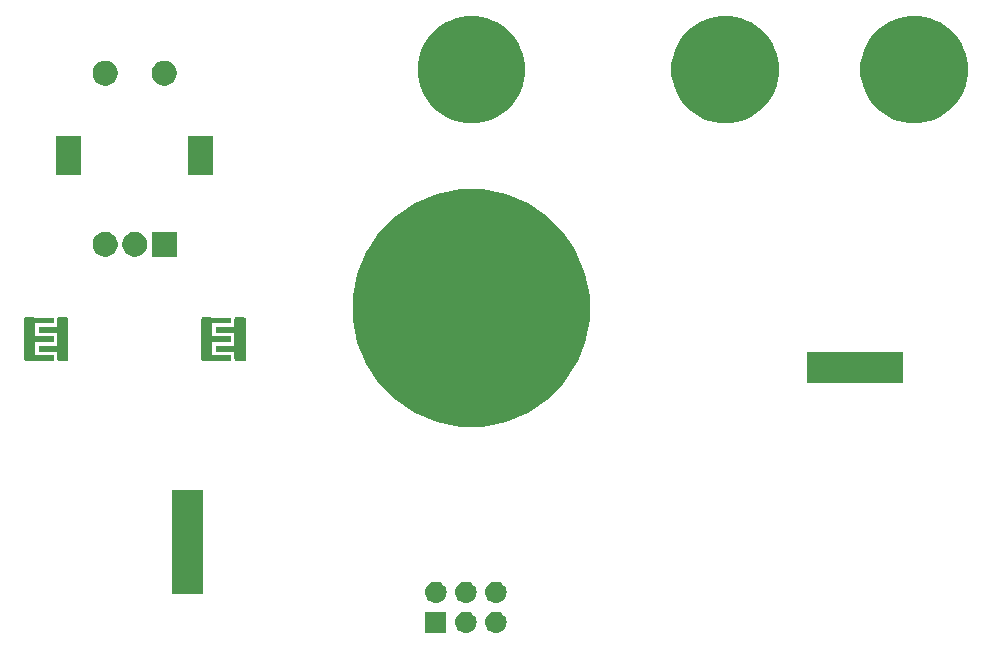
<source format=gbr>
G04 #@! TF.GenerationSoftware,KiCad,Pcbnew,(5.1.0)-1*
G04 #@! TF.CreationDate,2019-07-24T04:12:42+08:00*
G04 #@! TF.ProjectId,Power_Source,506f7765-725f-4536-9f75-7263652e6b69,rev?*
G04 #@! TF.SameCoordinates,Original*
G04 #@! TF.FileFunction,Soldermask,Bot*
G04 #@! TF.FilePolarity,Negative*
%FSLAX46Y46*%
G04 Gerber Fmt 4.6, Leading zero omitted, Abs format (unit mm)*
G04 Created by KiCad (PCBNEW (5.1.0)-1) date 2019-07-24 04:12:42*
%MOMM*%
%LPD*%
G04 APERTURE LIST*
%ADD10C,0.100000*%
G04 APERTURE END LIST*
D10*
G36*
X126880000Y-97060000D02*
G01*
X129280000Y-97060000D01*
X129280000Y-96660000D01*
X126880000Y-96660000D01*
X126880000Y-97060000D01*
G37*
X126880000Y-97060000D02*
X129280000Y-97060000D01*
X129280000Y-96660000D01*
X126880000Y-96660000D01*
X126880000Y-97060000D01*
G36*
X128080000Y-97860000D02*
G01*
X130480000Y-97860000D01*
X130480000Y-97460000D01*
X128080000Y-97460000D01*
X128080000Y-97860000D01*
G37*
X128080000Y-97860000D02*
X130480000Y-97860000D01*
X130480000Y-97460000D01*
X128080000Y-97460000D01*
X128080000Y-97860000D01*
G36*
X126880000Y-98660000D02*
G01*
X129280000Y-98660000D01*
X129280000Y-98260000D01*
X126880000Y-98260000D01*
X126880000Y-98660000D01*
G37*
X126880000Y-98660000D02*
X129280000Y-98660000D01*
X129280000Y-98260000D01*
X126880000Y-98260000D01*
X126880000Y-98660000D01*
G36*
X128080000Y-99460000D02*
G01*
X130480000Y-99460000D01*
X130480000Y-99060000D01*
X128080000Y-99060000D01*
X128080000Y-99460000D01*
G37*
X128080000Y-99460000D02*
X130480000Y-99460000D01*
X130480000Y-99060000D01*
X128080000Y-99060000D01*
X128080000Y-99460000D01*
G36*
X126880000Y-100260000D02*
G01*
X129280000Y-100260000D01*
X129280000Y-99860000D01*
X126880000Y-99860000D01*
X126880000Y-100260000D01*
G37*
X126880000Y-100260000D02*
X129280000Y-100260000D01*
X129280000Y-99860000D01*
X126880000Y-99860000D01*
X126880000Y-100260000D01*
G36*
X130480000Y-100260000D02*
G01*
X130480000Y-96660000D01*
X129680000Y-96660000D01*
X129680000Y-100260000D01*
X130480000Y-100260000D01*
G37*
X130480000Y-100260000D02*
X130480000Y-96660000D01*
X129680000Y-96660000D01*
X129680000Y-100260000D01*
X130480000Y-100260000D01*
G36*
X126880000Y-100260000D02*
G01*
X126880000Y-96660000D01*
X127680000Y-96660000D01*
X127680000Y-100260000D01*
X126880000Y-100260000D01*
G37*
X126880000Y-100260000D02*
X126880000Y-96660000D01*
X127680000Y-96660000D01*
X127680000Y-100260000D01*
X126880000Y-100260000D01*
G36*
X111880000Y-97060000D02*
G01*
X114280000Y-97060000D01*
X114280000Y-96660000D01*
X111880000Y-96660000D01*
X111880000Y-97060000D01*
G37*
X111880000Y-97060000D02*
X114280000Y-97060000D01*
X114280000Y-96660000D01*
X111880000Y-96660000D01*
X111880000Y-97060000D01*
G36*
X113080000Y-97860000D02*
G01*
X115480000Y-97860000D01*
X115480000Y-97460000D01*
X113080000Y-97460000D01*
X113080000Y-97860000D01*
G37*
X113080000Y-97860000D02*
X115480000Y-97860000D01*
X115480000Y-97460000D01*
X113080000Y-97460000D01*
X113080000Y-97860000D01*
G36*
X111880000Y-98660000D02*
G01*
X114280000Y-98660000D01*
X114280000Y-98260000D01*
X111880000Y-98260000D01*
X111880000Y-98660000D01*
G37*
X111880000Y-98660000D02*
X114280000Y-98660000D01*
X114280000Y-98260000D01*
X111880000Y-98260000D01*
X111880000Y-98660000D01*
G36*
X113080000Y-99460000D02*
G01*
X115480000Y-99460000D01*
X115480000Y-99060000D01*
X113080000Y-99060000D01*
X113080000Y-99460000D01*
G37*
X113080000Y-99460000D02*
X115480000Y-99460000D01*
X115480000Y-99060000D01*
X113080000Y-99060000D01*
X113080000Y-99460000D01*
G36*
X111880000Y-100260000D02*
G01*
X114280000Y-100260000D01*
X114280000Y-99860000D01*
X111880000Y-99860000D01*
X111880000Y-100260000D01*
G37*
X111880000Y-100260000D02*
X114280000Y-100260000D01*
X114280000Y-99860000D01*
X111880000Y-99860000D01*
X111880000Y-100260000D01*
G36*
X115480000Y-100260000D02*
G01*
X115480000Y-96660000D01*
X114680000Y-96660000D01*
X114680000Y-100260000D01*
X115480000Y-100260000D01*
G37*
X115480000Y-100260000D02*
X115480000Y-96660000D01*
X114680000Y-96660000D01*
X114680000Y-100260000D01*
X115480000Y-100260000D01*
G36*
X111880000Y-100260000D02*
G01*
X111880000Y-96660000D01*
X112680000Y-96660000D01*
X112680000Y-100260000D01*
X111880000Y-100260000D01*
G37*
X111880000Y-100260000D02*
X111880000Y-96660000D01*
X112680000Y-96660000D01*
X112680000Y-100260000D01*
X111880000Y-100260000D01*
G36*
X147581000Y-123361000D02*
G01*
X145779000Y-123361000D01*
X145779000Y-121559000D01*
X147581000Y-121559000D01*
X147581000Y-123361000D01*
X147581000Y-123361000D01*
G37*
G36*
X151870442Y-121565518D02*
G01*
X151936627Y-121572037D01*
X152106466Y-121623557D01*
X152262991Y-121707222D01*
X152298729Y-121736552D01*
X152400186Y-121819814D01*
X152483448Y-121921271D01*
X152512778Y-121957009D01*
X152596443Y-122113534D01*
X152647963Y-122283373D01*
X152665359Y-122460000D01*
X152647963Y-122636627D01*
X152596443Y-122806466D01*
X152512778Y-122962991D01*
X152483448Y-122998729D01*
X152400186Y-123100186D01*
X152298729Y-123183448D01*
X152262991Y-123212778D01*
X152106466Y-123296443D01*
X151936627Y-123347963D01*
X151870443Y-123354481D01*
X151804260Y-123361000D01*
X151715740Y-123361000D01*
X151649557Y-123354481D01*
X151583373Y-123347963D01*
X151413534Y-123296443D01*
X151257009Y-123212778D01*
X151221271Y-123183448D01*
X151119814Y-123100186D01*
X151036552Y-122998729D01*
X151007222Y-122962991D01*
X150923557Y-122806466D01*
X150872037Y-122636627D01*
X150854641Y-122460000D01*
X150872037Y-122283373D01*
X150923557Y-122113534D01*
X151007222Y-121957009D01*
X151036552Y-121921271D01*
X151119814Y-121819814D01*
X151221271Y-121736552D01*
X151257009Y-121707222D01*
X151413534Y-121623557D01*
X151583373Y-121572037D01*
X151649558Y-121565518D01*
X151715740Y-121559000D01*
X151804260Y-121559000D01*
X151870442Y-121565518D01*
X151870442Y-121565518D01*
G37*
G36*
X149330442Y-121565518D02*
G01*
X149396627Y-121572037D01*
X149566466Y-121623557D01*
X149722991Y-121707222D01*
X149758729Y-121736552D01*
X149860186Y-121819814D01*
X149943448Y-121921271D01*
X149972778Y-121957009D01*
X150056443Y-122113534D01*
X150107963Y-122283373D01*
X150125359Y-122460000D01*
X150107963Y-122636627D01*
X150056443Y-122806466D01*
X149972778Y-122962991D01*
X149943448Y-122998729D01*
X149860186Y-123100186D01*
X149758729Y-123183448D01*
X149722991Y-123212778D01*
X149566466Y-123296443D01*
X149396627Y-123347963D01*
X149330443Y-123354481D01*
X149264260Y-123361000D01*
X149175740Y-123361000D01*
X149109557Y-123354481D01*
X149043373Y-123347963D01*
X148873534Y-123296443D01*
X148717009Y-123212778D01*
X148681271Y-123183448D01*
X148579814Y-123100186D01*
X148496552Y-122998729D01*
X148467222Y-122962991D01*
X148383557Y-122806466D01*
X148332037Y-122636627D01*
X148314641Y-122460000D01*
X148332037Y-122283373D01*
X148383557Y-122113534D01*
X148467222Y-121957009D01*
X148496552Y-121921271D01*
X148579814Y-121819814D01*
X148681271Y-121736552D01*
X148717009Y-121707222D01*
X148873534Y-121623557D01*
X149043373Y-121572037D01*
X149109558Y-121565518D01*
X149175740Y-121559000D01*
X149264260Y-121559000D01*
X149330442Y-121565518D01*
X149330442Y-121565518D01*
G37*
G36*
X151870442Y-119025518D02*
G01*
X151936627Y-119032037D01*
X152106466Y-119083557D01*
X152262991Y-119167222D01*
X152298729Y-119196552D01*
X152400186Y-119279814D01*
X152483448Y-119381271D01*
X152512778Y-119417009D01*
X152596443Y-119573534D01*
X152647963Y-119743373D01*
X152665359Y-119920000D01*
X152647963Y-120096627D01*
X152596443Y-120266466D01*
X152512778Y-120422991D01*
X152483448Y-120458729D01*
X152400186Y-120560186D01*
X152298729Y-120643448D01*
X152262991Y-120672778D01*
X152106466Y-120756443D01*
X151936627Y-120807963D01*
X151870442Y-120814482D01*
X151804260Y-120821000D01*
X151715740Y-120821000D01*
X151649558Y-120814482D01*
X151583373Y-120807963D01*
X151413534Y-120756443D01*
X151257009Y-120672778D01*
X151221271Y-120643448D01*
X151119814Y-120560186D01*
X151036552Y-120458729D01*
X151007222Y-120422991D01*
X150923557Y-120266466D01*
X150872037Y-120096627D01*
X150854641Y-119920000D01*
X150872037Y-119743373D01*
X150923557Y-119573534D01*
X151007222Y-119417009D01*
X151036552Y-119381271D01*
X151119814Y-119279814D01*
X151221271Y-119196552D01*
X151257009Y-119167222D01*
X151413534Y-119083557D01*
X151583373Y-119032037D01*
X151649558Y-119025518D01*
X151715740Y-119019000D01*
X151804260Y-119019000D01*
X151870442Y-119025518D01*
X151870442Y-119025518D01*
G37*
G36*
X149330442Y-119025518D02*
G01*
X149396627Y-119032037D01*
X149566466Y-119083557D01*
X149722991Y-119167222D01*
X149758729Y-119196552D01*
X149860186Y-119279814D01*
X149943448Y-119381271D01*
X149972778Y-119417009D01*
X150056443Y-119573534D01*
X150107963Y-119743373D01*
X150125359Y-119920000D01*
X150107963Y-120096627D01*
X150056443Y-120266466D01*
X149972778Y-120422991D01*
X149943448Y-120458729D01*
X149860186Y-120560186D01*
X149758729Y-120643448D01*
X149722991Y-120672778D01*
X149566466Y-120756443D01*
X149396627Y-120807963D01*
X149330442Y-120814482D01*
X149264260Y-120821000D01*
X149175740Y-120821000D01*
X149109558Y-120814482D01*
X149043373Y-120807963D01*
X148873534Y-120756443D01*
X148717009Y-120672778D01*
X148681271Y-120643448D01*
X148579814Y-120560186D01*
X148496552Y-120458729D01*
X148467222Y-120422991D01*
X148383557Y-120266466D01*
X148332037Y-120096627D01*
X148314641Y-119920000D01*
X148332037Y-119743373D01*
X148383557Y-119573534D01*
X148467222Y-119417009D01*
X148496552Y-119381271D01*
X148579814Y-119279814D01*
X148681271Y-119196552D01*
X148717009Y-119167222D01*
X148873534Y-119083557D01*
X149043373Y-119032037D01*
X149109558Y-119025518D01*
X149175740Y-119019000D01*
X149264260Y-119019000D01*
X149330442Y-119025518D01*
X149330442Y-119025518D01*
G37*
G36*
X146790442Y-119025518D02*
G01*
X146856627Y-119032037D01*
X147026466Y-119083557D01*
X147182991Y-119167222D01*
X147218729Y-119196552D01*
X147320186Y-119279814D01*
X147403448Y-119381271D01*
X147432778Y-119417009D01*
X147516443Y-119573534D01*
X147567963Y-119743373D01*
X147585359Y-119920000D01*
X147567963Y-120096627D01*
X147516443Y-120266466D01*
X147432778Y-120422991D01*
X147403448Y-120458729D01*
X147320186Y-120560186D01*
X147218729Y-120643448D01*
X147182991Y-120672778D01*
X147026466Y-120756443D01*
X146856627Y-120807963D01*
X146790442Y-120814482D01*
X146724260Y-120821000D01*
X146635740Y-120821000D01*
X146569558Y-120814482D01*
X146503373Y-120807963D01*
X146333534Y-120756443D01*
X146177009Y-120672778D01*
X146141271Y-120643448D01*
X146039814Y-120560186D01*
X145956552Y-120458729D01*
X145927222Y-120422991D01*
X145843557Y-120266466D01*
X145792037Y-120096627D01*
X145774641Y-119920000D01*
X145792037Y-119743373D01*
X145843557Y-119573534D01*
X145927222Y-119417009D01*
X145956552Y-119381271D01*
X146039814Y-119279814D01*
X146141271Y-119196552D01*
X146177009Y-119167222D01*
X146333534Y-119083557D01*
X146503373Y-119032037D01*
X146569558Y-119025518D01*
X146635740Y-119019000D01*
X146724260Y-119019000D01*
X146790442Y-119025518D01*
X146790442Y-119025518D01*
G37*
G36*
X126932000Y-120094600D02*
G01*
X124330000Y-120094600D01*
X124330000Y-111242600D01*
X126932000Y-111242600D01*
X126932000Y-120094600D01*
X126932000Y-120094600D01*
G37*
G36*
X152611767Y-86195254D02*
G01*
X154440932Y-86952919D01*
X154440934Y-86952920D01*
X156087139Y-88052879D01*
X157487121Y-89452861D01*
X158364909Y-90766564D01*
X158587081Y-91099068D01*
X159344746Y-92928233D01*
X159731000Y-94870062D01*
X159731000Y-96849938D01*
X159344746Y-98791767D01*
X158717254Y-100306667D01*
X158587080Y-100620934D01*
X157487121Y-102267139D01*
X156087139Y-103667121D01*
X154440934Y-104767080D01*
X154440933Y-104767081D01*
X154440932Y-104767081D01*
X152611767Y-105524746D01*
X150669938Y-105911000D01*
X148690062Y-105911000D01*
X146748233Y-105524746D01*
X144919068Y-104767081D01*
X144919067Y-104767081D01*
X144919066Y-104767080D01*
X143272861Y-103667121D01*
X141872879Y-102267139D01*
X140772920Y-100620934D01*
X140642746Y-100306667D01*
X140015254Y-98791767D01*
X139629000Y-96849938D01*
X139629000Y-94870062D01*
X140015254Y-92928233D01*
X140772919Y-91099068D01*
X140995091Y-90766564D01*
X141872879Y-89452861D01*
X143272861Y-88052879D01*
X144919066Y-86952920D01*
X144919068Y-86952919D01*
X146748233Y-86195254D01*
X148690062Y-85809000D01*
X150669938Y-85809000D01*
X152611767Y-86195254D01*
X152611767Y-86195254D01*
G37*
G36*
X186233400Y-102158400D02*
G01*
X178081400Y-102158400D01*
X178081400Y-99556400D01*
X186233400Y-99556400D01*
X186233400Y-102158400D01*
X186233400Y-102158400D01*
G37*
G36*
X127599683Y-96612725D02*
G01*
X127630143Y-96621966D01*
X127658223Y-96636974D01*
X127682831Y-96657169D01*
X127703026Y-96681777D01*
X127718034Y-96709857D01*
X127727275Y-96740317D01*
X127731000Y-96778140D01*
X127731000Y-100141860D01*
X127727275Y-100179683D01*
X127718034Y-100210143D01*
X127703026Y-100238223D01*
X127682831Y-100262831D01*
X127658223Y-100283026D01*
X127630143Y-100298034D01*
X127599683Y-100307275D01*
X127561860Y-100311000D01*
X126998140Y-100311000D01*
X126960317Y-100307275D01*
X126929857Y-100298034D01*
X126901777Y-100283026D01*
X126877169Y-100262831D01*
X126856974Y-100238223D01*
X126841966Y-100210143D01*
X126832725Y-100179683D01*
X126829000Y-100141860D01*
X126829000Y-96778140D01*
X126832725Y-96740317D01*
X126841966Y-96709857D01*
X126856974Y-96681777D01*
X126877169Y-96657169D01*
X126901777Y-96636974D01*
X126929857Y-96621966D01*
X126960317Y-96612725D01*
X126998140Y-96609000D01*
X127561860Y-96609000D01*
X127599683Y-96612725D01*
X127599683Y-96612725D01*
G37*
G36*
X130399683Y-96612725D02*
G01*
X130430143Y-96621966D01*
X130458223Y-96636974D01*
X130482831Y-96657169D01*
X130503026Y-96681777D01*
X130518034Y-96709857D01*
X130527275Y-96740317D01*
X130531000Y-96778140D01*
X130531000Y-100141860D01*
X130527275Y-100179683D01*
X130518034Y-100210143D01*
X130503026Y-100238223D01*
X130482831Y-100262831D01*
X130458223Y-100283026D01*
X130430143Y-100298034D01*
X130399683Y-100307275D01*
X130361860Y-100311000D01*
X129798140Y-100311000D01*
X129760317Y-100307275D01*
X129729857Y-100298034D01*
X129701777Y-100283026D01*
X129677169Y-100262831D01*
X129656974Y-100238223D01*
X129641966Y-100210143D01*
X129632725Y-100179683D01*
X129629000Y-100141860D01*
X129629000Y-96778140D01*
X129632725Y-96740317D01*
X129641966Y-96709857D01*
X129656974Y-96681777D01*
X129677169Y-96657169D01*
X129701777Y-96636974D01*
X129729857Y-96621966D01*
X129760317Y-96612725D01*
X129798140Y-96609000D01*
X130361860Y-96609000D01*
X130399683Y-96612725D01*
X130399683Y-96612725D01*
G37*
G36*
X115399683Y-96612725D02*
G01*
X115430143Y-96621966D01*
X115458223Y-96636974D01*
X115482831Y-96657169D01*
X115503026Y-96681777D01*
X115518034Y-96709857D01*
X115527275Y-96740317D01*
X115531000Y-96778140D01*
X115531000Y-100141860D01*
X115527275Y-100179683D01*
X115518034Y-100210143D01*
X115503026Y-100238223D01*
X115482831Y-100262831D01*
X115458223Y-100283026D01*
X115430143Y-100298034D01*
X115399683Y-100307275D01*
X115361860Y-100311000D01*
X114798140Y-100311000D01*
X114760317Y-100307275D01*
X114729857Y-100298034D01*
X114701777Y-100283026D01*
X114677169Y-100262831D01*
X114656974Y-100238223D01*
X114641966Y-100210143D01*
X114632725Y-100179683D01*
X114629000Y-100141860D01*
X114629000Y-96778140D01*
X114632725Y-96740317D01*
X114641966Y-96709857D01*
X114656974Y-96681777D01*
X114677169Y-96657169D01*
X114701777Y-96636974D01*
X114729857Y-96621966D01*
X114760317Y-96612725D01*
X114798140Y-96609000D01*
X115361860Y-96609000D01*
X115399683Y-96612725D01*
X115399683Y-96612725D01*
G37*
G36*
X112599683Y-96612725D02*
G01*
X112630143Y-96621966D01*
X112658223Y-96636974D01*
X112682831Y-96657169D01*
X112703026Y-96681777D01*
X112718034Y-96709857D01*
X112727275Y-96740317D01*
X112731000Y-96778140D01*
X112731000Y-100141860D01*
X112727275Y-100179683D01*
X112718034Y-100210143D01*
X112703026Y-100238223D01*
X112682831Y-100262831D01*
X112658223Y-100283026D01*
X112630143Y-100298034D01*
X112599683Y-100307275D01*
X112561860Y-100311000D01*
X111998140Y-100311000D01*
X111960317Y-100307275D01*
X111929857Y-100298034D01*
X111901777Y-100283026D01*
X111877169Y-100262831D01*
X111856974Y-100238223D01*
X111841966Y-100210143D01*
X111832725Y-100179683D01*
X111829000Y-100141860D01*
X111829000Y-96778140D01*
X111832725Y-96740317D01*
X111841966Y-96709857D01*
X111856974Y-96681777D01*
X111877169Y-96657169D01*
X111901777Y-96636974D01*
X111929857Y-96621966D01*
X111960317Y-96612725D01*
X111998140Y-96609000D01*
X112561860Y-96609000D01*
X112599683Y-96612725D01*
X112599683Y-96612725D01*
G37*
G36*
X121486564Y-89449389D02*
G01*
X121677833Y-89528615D01*
X121677835Y-89528616D01*
X121849973Y-89643635D01*
X121996365Y-89790027D01*
X122111385Y-89962167D01*
X122190611Y-90153436D01*
X122231000Y-90356484D01*
X122231000Y-90563516D01*
X122190611Y-90766564D01*
X122111385Y-90957833D01*
X122111384Y-90957835D01*
X121996365Y-91129973D01*
X121849973Y-91276365D01*
X121677835Y-91391384D01*
X121677834Y-91391385D01*
X121677833Y-91391385D01*
X121486564Y-91470611D01*
X121283516Y-91511000D01*
X121076484Y-91511000D01*
X120873436Y-91470611D01*
X120682167Y-91391385D01*
X120682166Y-91391385D01*
X120682165Y-91391384D01*
X120510027Y-91276365D01*
X120363635Y-91129973D01*
X120248616Y-90957835D01*
X120248615Y-90957833D01*
X120169389Y-90766564D01*
X120129000Y-90563516D01*
X120129000Y-90356484D01*
X120169389Y-90153436D01*
X120248615Y-89962167D01*
X120363635Y-89790027D01*
X120510027Y-89643635D01*
X120682165Y-89528616D01*
X120682167Y-89528615D01*
X120873436Y-89449389D01*
X121076484Y-89409000D01*
X121283516Y-89409000D01*
X121486564Y-89449389D01*
X121486564Y-89449389D01*
G37*
G36*
X124731000Y-91511000D02*
G01*
X122629000Y-91511000D01*
X122629000Y-89409000D01*
X124731000Y-89409000D01*
X124731000Y-91511000D01*
X124731000Y-91511000D01*
G37*
G36*
X118986564Y-89449389D02*
G01*
X119177833Y-89528615D01*
X119177835Y-89528616D01*
X119349973Y-89643635D01*
X119496365Y-89790027D01*
X119611385Y-89962167D01*
X119690611Y-90153436D01*
X119731000Y-90356484D01*
X119731000Y-90563516D01*
X119690611Y-90766564D01*
X119611385Y-90957833D01*
X119611384Y-90957835D01*
X119496365Y-91129973D01*
X119349973Y-91276365D01*
X119177835Y-91391384D01*
X119177834Y-91391385D01*
X119177833Y-91391385D01*
X118986564Y-91470611D01*
X118783516Y-91511000D01*
X118576484Y-91511000D01*
X118373436Y-91470611D01*
X118182167Y-91391385D01*
X118182166Y-91391385D01*
X118182165Y-91391384D01*
X118010027Y-91276365D01*
X117863635Y-91129973D01*
X117748616Y-90957835D01*
X117748615Y-90957833D01*
X117669389Y-90766564D01*
X117629000Y-90563516D01*
X117629000Y-90356484D01*
X117669389Y-90153436D01*
X117748615Y-89962167D01*
X117863635Y-89790027D01*
X118010027Y-89643635D01*
X118182165Y-89528616D01*
X118182167Y-89528615D01*
X118373436Y-89449389D01*
X118576484Y-89409000D01*
X118783516Y-89409000D01*
X118986564Y-89449389D01*
X118986564Y-89449389D01*
G37*
G36*
X127831000Y-84611000D02*
G01*
X125729000Y-84611000D01*
X125729000Y-81309000D01*
X127831000Y-81309000D01*
X127831000Y-84611000D01*
X127831000Y-84611000D01*
G37*
G36*
X116631000Y-84611000D02*
G01*
X114529000Y-84611000D01*
X114529000Y-81309000D01*
X116631000Y-81309000D01*
X116631000Y-84611000D01*
X116631000Y-84611000D01*
G37*
G36*
X172507477Y-71283892D02*
G01*
X172850541Y-71425994D01*
X173335707Y-71626956D01*
X174081093Y-72125008D01*
X174714992Y-72758907D01*
X175213044Y-73504293D01*
X175414006Y-73989459D01*
X175556108Y-74332523D01*
X175731000Y-75211764D01*
X175731000Y-76108236D01*
X175556108Y-76987477D01*
X175546364Y-77011000D01*
X175213044Y-77815707D01*
X174714992Y-78561093D01*
X174081093Y-79194992D01*
X173335707Y-79693044D01*
X172850541Y-79894006D01*
X172507477Y-80036108D01*
X171628236Y-80211000D01*
X170731764Y-80211000D01*
X169852523Y-80036108D01*
X169509459Y-79894006D01*
X169024293Y-79693044D01*
X168278907Y-79194992D01*
X167645008Y-78561093D01*
X167146956Y-77815707D01*
X166813636Y-77011000D01*
X166803892Y-76987477D01*
X166629000Y-76108236D01*
X166629000Y-75211764D01*
X166803892Y-74332523D01*
X166945994Y-73989459D01*
X167146956Y-73504293D01*
X167645008Y-72758907D01*
X168278907Y-72125008D01*
X169024293Y-71626956D01*
X169509459Y-71425994D01*
X169852523Y-71283892D01*
X170731764Y-71109000D01*
X171628236Y-71109000D01*
X172507477Y-71283892D01*
X172507477Y-71283892D01*
G37*
G36*
X188507477Y-71283892D02*
G01*
X188850541Y-71425994D01*
X189335707Y-71626956D01*
X190081093Y-72125008D01*
X190714992Y-72758907D01*
X191213044Y-73504293D01*
X191414006Y-73989459D01*
X191556108Y-74332523D01*
X191731000Y-75211764D01*
X191731000Y-76108236D01*
X191556108Y-76987477D01*
X191546364Y-77011000D01*
X191213044Y-77815707D01*
X190714992Y-78561093D01*
X190081093Y-79194992D01*
X189335707Y-79693044D01*
X188850541Y-79894006D01*
X188507477Y-80036108D01*
X187628236Y-80211000D01*
X186731764Y-80211000D01*
X185852523Y-80036108D01*
X185509459Y-79894006D01*
X185024293Y-79693044D01*
X184278907Y-79194992D01*
X183645008Y-78561093D01*
X183146956Y-77815707D01*
X182813636Y-77011000D01*
X182803892Y-76987477D01*
X182629000Y-76108236D01*
X182629000Y-75211764D01*
X182803892Y-74332523D01*
X182945994Y-73989459D01*
X183146956Y-73504293D01*
X183645008Y-72758907D01*
X184278907Y-72125008D01*
X185024293Y-71626956D01*
X185509459Y-71425994D01*
X185852523Y-71283892D01*
X186731764Y-71109000D01*
X187628236Y-71109000D01*
X188507477Y-71283892D01*
X188507477Y-71283892D01*
G37*
G36*
X151007477Y-71283892D02*
G01*
X151350541Y-71425994D01*
X151835707Y-71626956D01*
X152581093Y-72125008D01*
X153214992Y-72758907D01*
X153713044Y-73504293D01*
X153914006Y-73989459D01*
X154056108Y-74332523D01*
X154231000Y-75211764D01*
X154231000Y-76108236D01*
X154056108Y-76987477D01*
X154046364Y-77011000D01*
X153713044Y-77815707D01*
X153214992Y-78561093D01*
X152581093Y-79194992D01*
X151835707Y-79693044D01*
X151350541Y-79894006D01*
X151007477Y-80036108D01*
X150128236Y-80211000D01*
X149231764Y-80211000D01*
X148352523Y-80036108D01*
X148009459Y-79894006D01*
X147524293Y-79693044D01*
X146778907Y-79194992D01*
X146145008Y-78561093D01*
X145646956Y-77815707D01*
X145313636Y-77011000D01*
X145303892Y-76987477D01*
X145129000Y-76108236D01*
X145129000Y-75211764D01*
X145303892Y-74332523D01*
X145445994Y-73989459D01*
X145646956Y-73504293D01*
X146145008Y-72758907D01*
X146778907Y-72125008D01*
X147524293Y-71626956D01*
X148009459Y-71425994D01*
X148352523Y-71283892D01*
X149231764Y-71109000D01*
X150128236Y-71109000D01*
X151007477Y-71283892D01*
X151007477Y-71283892D01*
G37*
G36*
X123986564Y-74949389D02*
G01*
X124177833Y-75028615D01*
X124177835Y-75028616D01*
X124349973Y-75143635D01*
X124496365Y-75290027D01*
X124611385Y-75462167D01*
X124690611Y-75653436D01*
X124731000Y-75856484D01*
X124731000Y-76063516D01*
X124690611Y-76266564D01*
X124611385Y-76457833D01*
X124611384Y-76457835D01*
X124496365Y-76629973D01*
X124349973Y-76776365D01*
X124177835Y-76891384D01*
X124177834Y-76891385D01*
X124177833Y-76891385D01*
X123986564Y-76970611D01*
X123783516Y-77011000D01*
X123576484Y-77011000D01*
X123373436Y-76970611D01*
X123182167Y-76891385D01*
X123182166Y-76891385D01*
X123182165Y-76891384D01*
X123010027Y-76776365D01*
X122863635Y-76629973D01*
X122748616Y-76457835D01*
X122748615Y-76457833D01*
X122669389Y-76266564D01*
X122629000Y-76063516D01*
X122629000Y-75856484D01*
X122669389Y-75653436D01*
X122748615Y-75462167D01*
X122863635Y-75290027D01*
X123010027Y-75143635D01*
X123182165Y-75028616D01*
X123182167Y-75028615D01*
X123373436Y-74949389D01*
X123576484Y-74909000D01*
X123783516Y-74909000D01*
X123986564Y-74949389D01*
X123986564Y-74949389D01*
G37*
G36*
X118986564Y-74949389D02*
G01*
X119177833Y-75028615D01*
X119177835Y-75028616D01*
X119349973Y-75143635D01*
X119496365Y-75290027D01*
X119611385Y-75462167D01*
X119690611Y-75653436D01*
X119731000Y-75856484D01*
X119731000Y-76063516D01*
X119690611Y-76266564D01*
X119611385Y-76457833D01*
X119611384Y-76457835D01*
X119496365Y-76629973D01*
X119349973Y-76776365D01*
X119177835Y-76891384D01*
X119177834Y-76891385D01*
X119177833Y-76891385D01*
X118986564Y-76970611D01*
X118783516Y-77011000D01*
X118576484Y-77011000D01*
X118373436Y-76970611D01*
X118182167Y-76891385D01*
X118182166Y-76891385D01*
X118182165Y-76891384D01*
X118010027Y-76776365D01*
X117863635Y-76629973D01*
X117748616Y-76457835D01*
X117748615Y-76457833D01*
X117669389Y-76266564D01*
X117629000Y-76063516D01*
X117629000Y-75856484D01*
X117669389Y-75653436D01*
X117748615Y-75462167D01*
X117863635Y-75290027D01*
X118010027Y-75143635D01*
X118182165Y-75028616D01*
X118182167Y-75028615D01*
X118373436Y-74949389D01*
X118576484Y-74909000D01*
X118783516Y-74909000D01*
X118986564Y-74949389D01*
X118986564Y-74949389D01*
G37*
M02*

</source>
